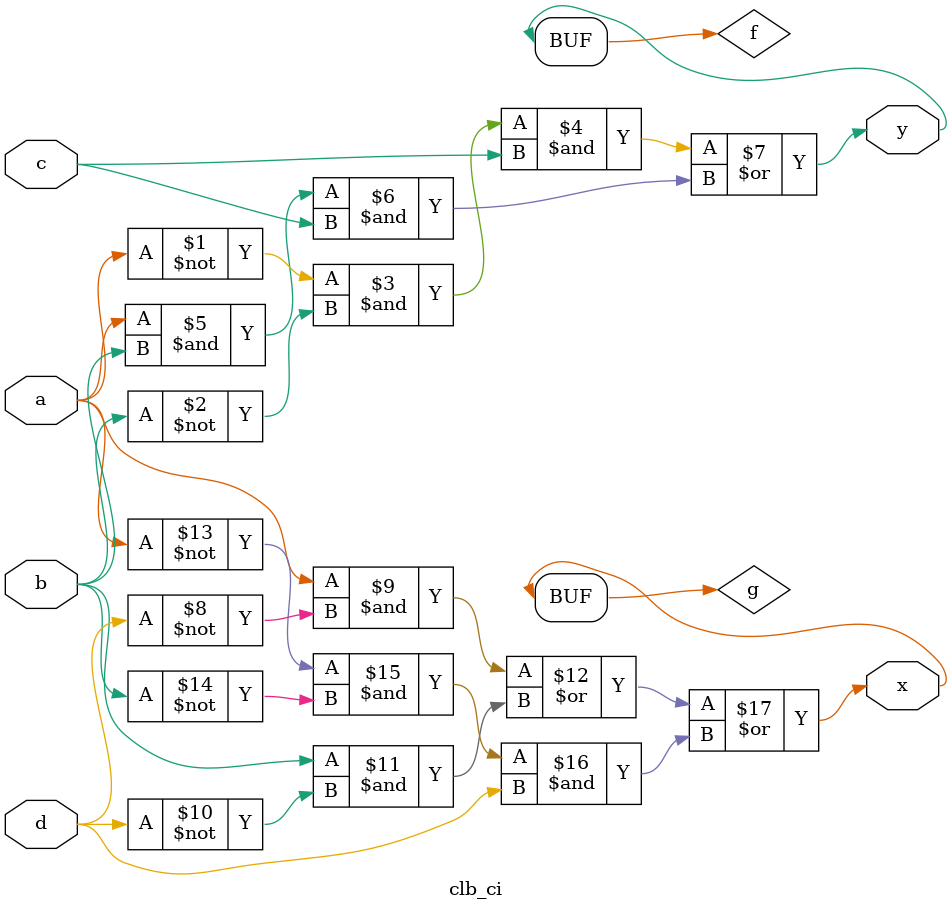
<source format=v>
module clb_ci(
	input a,
	input b,
	input c,
	input d,
	output x,
	output y
);

	wire f, g;
	
	assign f = ~a & ~b & c | a & b & c;
	assign g = a & ~d | b & ~d | ~a & ~b & d;
	assign x = g;
	assign y = f;

endmodule

</source>
